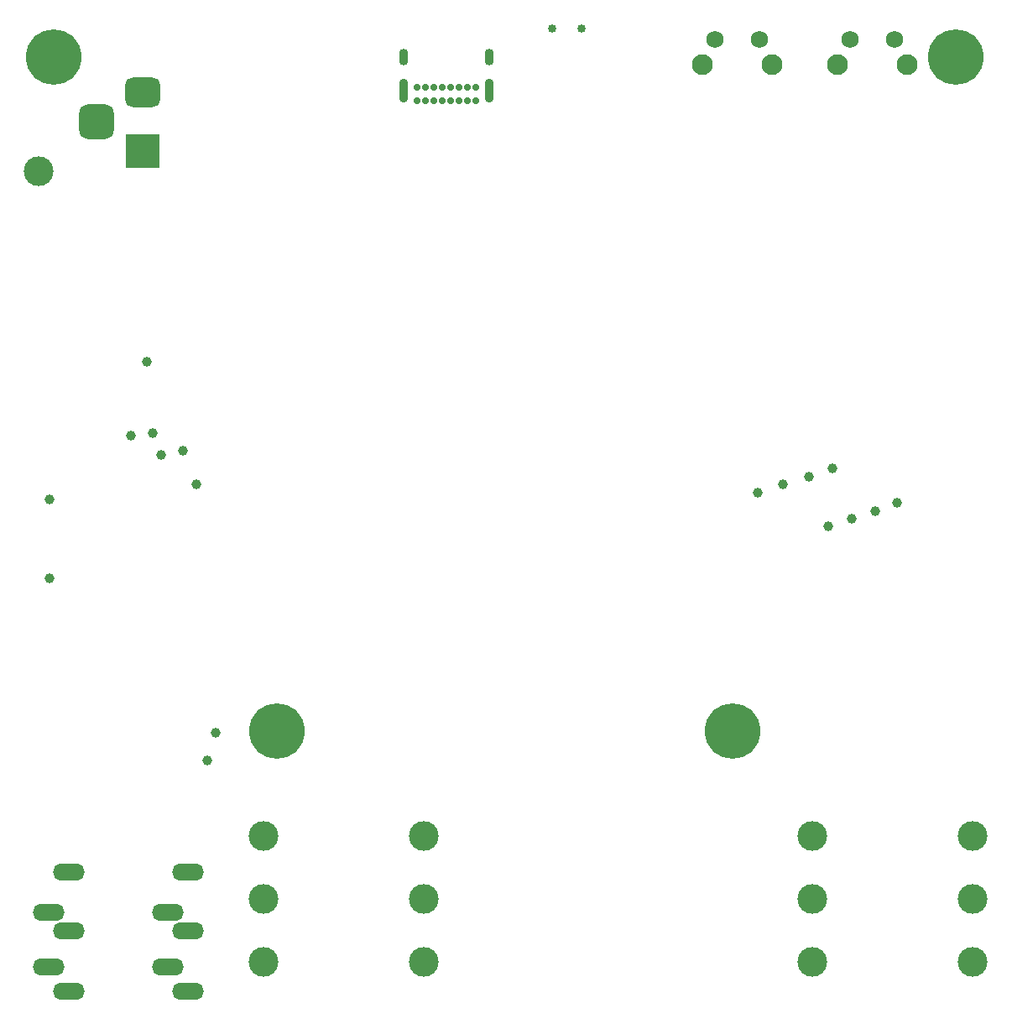
<source format=gbr>
%TF.GenerationSoftware,KiCad,Pcbnew,9.0.6*%
%TF.CreationDate,2026-01-08T15:16:43+08:00*%
%TF.ProjectId,STM32H7_PEDAL_V9,53544d33-3248-4375-9f50-4544414c5f56,rev?*%
%TF.SameCoordinates,Original*%
%TF.FileFunction,Soldermask,Bot*%
%TF.FilePolarity,Negative*%
%FSLAX46Y46*%
G04 Gerber Fmt 4.6, Leading zero omitted, Abs format (unit mm)*
G04 Created by KiCad (PCBNEW 9.0.6) date 2026-01-08 15:16:43*
%MOMM*%
%LPD*%
G01*
G04 APERTURE LIST*
G04 Aperture macros list*
%AMRoundRect*
0 Rectangle with rounded corners*
0 $1 Rounding radius*
0 $2 $3 $4 $5 $6 $7 $8 $9 X,Y pos of 4 corners*
0 Add a 4 corners polygon primitive as box body*
4,1,4,$2,$3,$4,$5,$6,$7,$8,$9,$2,$3,0*
0 Add four circle primitives for the rounded corners*
1,1,$1+$1,$2,$3*
1,1,$1+$1,$4,$5*
1,1,$1+$1,$6,$7*
1,1,$1+$1,$8,$9*
0 Add four rect primitives between the rounded corners*
20,1,$1+$1,$2,$3,$4,$5,0*
20,1,$1+$1,$4,$5,$6,$7,0*
20,1,$1+$1,$6,$7,$8,$9,0*
20,1,$1+$1,$8,$9,$2,$3,0*%
G04 Aperture macros list end*
%ADD10C,2.100000*%
%ADD11C,1.750000*%
%ADD12C,3.000000*%
%ADD13O,3.220000X1.712000*%
%ADD14C,3.600000*%
%ADD15C,5.600000*%
%ADD16C,1.000000*%
%ADD17R,3.500000X3.500000*%
%ADD18RoundRect,0.750000X-1.000000X0.750000X-1.000000X-0.750000X1.000000X-0.750000X1.000000X0.750000X0*%
%ADD19RoundRect,0.875000X-0.875000X0.875000X-0.875000X-0.875000X0.875000X-0.875000X0.875000X0.875000X0*%
%ADD20C,0.850000*%
%ADD21C,0.700000*%
%ADD22O,0.900000X2.400000*%
%ADD23O,0.900000X1.700000*%
%ADD24C,0.999997*%
G04 APERTURE END LIST*
D10*
%TO.C,RST1*%
X245731725Y-96134218D03*
X252741725Y-96134218D03*
D11*
X246981725Y-93644218D03*
X251481725Y-93644218D03*
%TD*%
D12*
%TO.C,J4*%
X204021725Y-180346718D03*
X187791725Y-180346718D03*
X204021725Y-186696718D03*
X187791725Y-186696718D03*
X204021725Y-173996718D03*
X187791725Y-173996718D03*
%TD*%
D13*
%TO.C,J10*%
X168159712Y-189631718D03*
X166159712Y-187231718D03*
X166159712Y-181711718D03*
X168159712Y-177631718D03*
X168159712Y-183531718D03*
%TD*%
D14*
%TO.C,H3*%
X189159712Y-163431718D03*
D15*
X189159712Y-163431718D03*
%TD*%
D16*
%TO.C,TP55*%
X182159712Y-166331718D03*
%TD*%
%TO.C,TP54*%
X182959712Y-163531718D03*
%TD*%
D17*
%TO.C,J1*%
X175659712Y-104931718D03*
D18*
X175659712Y-98931718D03*
D19*
X170959712Y-101931718D03*
%TD*%
D10*
%TO.C,BOOT1*%
X232131725Y-96134218D03*
X239141725Y-96134218D03*
D11*
X233381725Y-93644218D03*
X237881725Y-93644218D03*
%TD*%
D14*
%TO.C,H5*%
X235159712Y-163431718D03*
D15*
X235159712Y-163431718D03*
%TD*%
D12*
%TO.C,TP51*%
X165159712Y-106931718D03*
%TD*%
%TO.C,J8*%
X259389712Y-180331718D03*
X243159712Y-180331718D03*
X259389712Y-186681718D03*
X243159712Y-186681718D03*
X259389712Y-173981718D03*
X243159712Y-173981718D03*
%TD*%
D20*
%TO.C,SW3*%
X219934712Y-92531718D03*
X216934712Y-92531718D03*
%TD*%
D14*
%TO.C,H2*%
X257659712Y-95431718D03*
D15*
X257659712Y-95431718D03*
%TD*%
D13*
%TO.C,J7*%
X180159712Y-189631718D03*
X178159712Y-187231718D03*
X178159712Y-181711718D03*
X180159712Y-177631718D03*
X180159712Y-183531718D03*
%TD*%
D21*
%TO.C,J5*%
X209259712Y-99791718D03*
X208409712Y-99791718D03*
X207559712Y-99791718D03*
X206709712Y-99791718D03*
X205859712Y-99791718D03*
X205009712Y-99791718D03*
X204159712Y-99791718D03*
X203309712Y-99791718D03*
X203309712Y-98441718D03*
X204159712Y-98441718D03*
X205009712Y-98441718D03*
X205859712Y-98441718D03*
X206709712Y-98441718D03*
X207559712Y-98441718D03*
X208409712Y-98441718D03*
X209259712Y-98441718D03*
D22*
X210609712Y-98811718D03*
D23*
X210609712Y-95431718D03*
D22*
X201959712Y-98811718D03*
D23*
X201959712Y-95431718D03*
%TD*%
D14*
%TO.C,H1*%
X166659712Y-95431718D03*
D15*
X166659712Y-95431718D03*
%TD*%
D24*
%TO.C,MICRO_SD1*%
X166229112Y-139996200D03*
X166229112Y-147971800D03*
%TD*%
D16*
%TO.C,TP9*%
X247159712Y-141981718D03*
%TD*%
%TO.C,TP42*%
X179656725Y-135131718D03*
%TD*%
%TO.C,TP39*%
X176056725Y-126131718D03*
%TD*%
%TO.C,TP43*%
X177456725Y-135531718D03*
%TD*%
%TO.C,TP8*%
X244757257Y-142741325D03*
%TD*%
%TO.C,TP44*%
X174435468Y-133633685D03*
%TD*%
%TO.C,TP13*%
X237659712Y-139331718D03*
%TD*%
%TO.C,TP7*%
X251759712Y-140331718D03*
%TD*%
%TO.C,TP14*%
X240259712Y-138531718D03*
%TD*%
%TO.C,TP41*%
X176656725Y-133331718D03*
%TD*%
%TO.C,TP11*%
X249509712Y-141181718D03*
%TD*%
%TO.C,TP16*%
X245259712Y-136931718D03*
%TD*%
%TO.C,TP40*%
X181056725Y-138531718D03*
%TD*%
%TO.C,TP15*%
X242811757Y-137731718D03*
%TD*%
M02*

</source>
